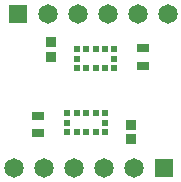
<source format=gbr>
G04*
G04 #@! TF.GenerationSoftware,Altium Limited,Altium Designer,25.8.1 (18)*
G04*
G04 Layer_Color=255*
%FSLAX25Y25*%
%MOIN*%
G70*
G04*
G04 #@! TF.SameCoordinates,25F45E09-9C10-4E27-91D0-FF4D7BA81395*
G04*
G04*
G04 #@! TF.FilePolarity,Positive*
G04*
G01*
G75*
%ADD13R,0.03740X0.03740*%
%ADD14R,0.03937X0.03150*%
%ADD15R,0.01968X0.01968*%
%ADD23R,0.06496X0.06496*%
%ADD24C,0.06496*%
D13*
X118673Y147846D02*
D03*
Y142925D02*
D03*
X145500Y120461D02*
D03*
Y115539D02*
D03*
D14*
X149606Y139961D02*
D03*
Y145866D02*
D03*
X114567Y117520D02*
D03*
Y123425D02*
D03*
D15*
X127374Y145535D02*
D03*
X130524D02*
D03*
X133673D02*
D03*
X136823D02*
D03*
X139972D02*
D03*
Y142386D02*
D03*
Y139236D02*
D03*
X136823D02*
D03*
X133673D02*
D03*
X130524D02*
D03*
X127374D02*
D03*
Y142386D02*
D03*
X133650Y124150D02*
D03*
X124201Y117850D02*
D03*
X130500Y124150D02*
D03*
X136799Y121000D02*
D03*
Y124150D02*
D03*
X127350D02*
D03*
X124201D02*
D03*
Y121000D02*
D03*
X127350Y117850D02*
D03*
X130500D02*
D03*
X133650D02*
D03*
X136799D02*
D03*
D23*
X107673Y157386D02*
D03*
X156500Y106000D02*
D03*
D24*
X117673Y157386D02*
D03*
X127673D02*
D03*
X137673D02*
D03*
X147673D02*
D03*
X157673D02*
D03*
X106500Y106000D02*
D03*
X116500D02*
D03*
X126500D02*
D03*
X136500D02*
D03*
X146500D02*
D03*
M02*

</source>
